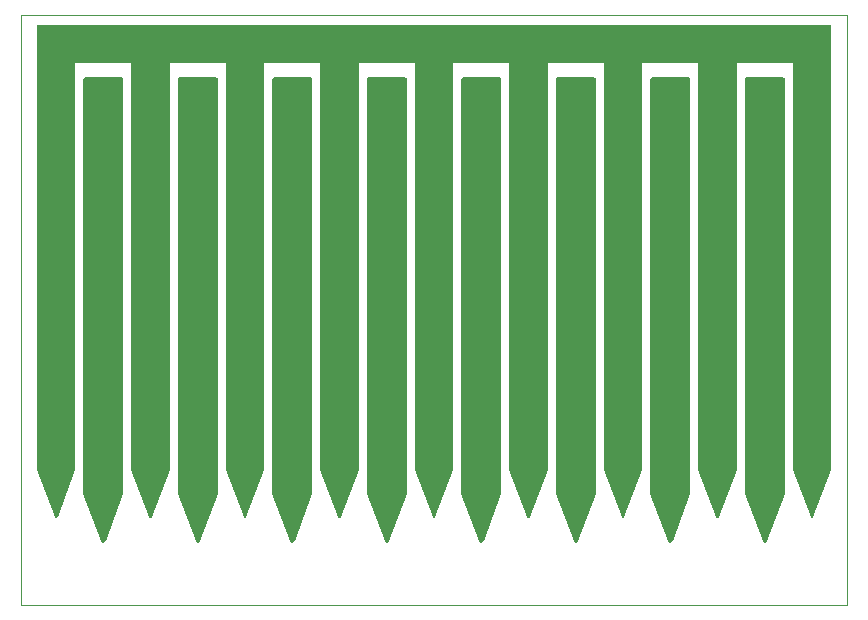
<source format=gtl>
G04 EAGLE Gerber RS-274X export*
G75*
%MOMM*%
%FSLAX34Y34*%
%LPD*%
%INCopper Top*%
%IPPOS*%
%AMOC8*
5,1,8,0,0,1.08239X$1,22.5*%
G01*
%ADD10C,0.000000*%
%ADD11P,0.659825X8X22.500000*%

G36*
X670079Y73736D02*
X670079Y73736D01*
X670102Y73735D01*
X670235Y73763D01*
X670369Y73786D01*
X670390Y73795D01*
X670413Y73800D01*
X670535Y73860D01*
X670660Y73916D01*
X670678Y73930D01*
X670698Y73940D01*
X670802Y74029D01*
X670909Y74114D01*
X670922Y74132D01*
X670940Y74147D01*
X671018Y74259D01*
X671100Y74367D01*
X671109Y74389D01*
X671122Y74407D01*
X671188Y74554D01*
X686188Y114554D01*
X686222Y114697D01*
X686259Y114839D01*
X686260Y114856D01*
X686262Y114864D01*
X686262Y114880D01*
X686269Y115000D01*
X686269Y490000D01*
X686254Y490118D01*
X686247Y490237D01*
X686234Y490275D01*
X686229Y490316D01*
X686186Y490426D01*
X686149Y490539D01*
X686127Y490574D01*
X686112Y490611D01*
X686043Y490707D01*
X685979Y490808D01*
X685949Y490836D01*
X685926Y490869D01*
X685834Y490945D01*
X685747Y491026D01*
X685712Y491046D01*
X685681Y491071D01*
X685573Y491122D01*
X685469Y491180D01*
X685429Y491190D01*
X685393Y491207D01*
X685276Y491229D01*
X685161Y491259D01*
X685101Y491263D01*
X685081Y491267D01*
X685060Y491265D01*
X685000Y491269D01*
X15000Y491269D01*
X14882Y491254D01*
X14763Y491247D01*
X14725Y491234D01*
X14684Y491229D01*
X14574Y491186D01*
X14461Y491149D01*
X14426Y491127D01*
X14389Y491112D01*
X14293Y491043D01*
X14192Y490979D01*
X14164Y490949D01*
X14131Y490926D01*
X14056Y490834D01*
X13974Y490747D01*
X13954Y490712D01*
X13929Y490681D01*
X13878Y490573D01*
X13820Y490469D01*
X13810Y490429D01*
X13793Y490393D01*
X13771Y490276D01*
X13741Y490161D01*
X13737Y490101D01*
X13733Y490081D01*
X13735Y490060D01*
X13731Y490000D01*
X13731Y115000D01*
X13749Y114854D01*
X13765Y114708D01*
X13770Y114692D01*
X13771Y114684D01*
X13777Y114669D01*
X13812Y114554D01*
X28812Y74554D01*
X28822Y74534D01*
X28828Y74512D01*
X28896Y74394D01*
X28960Y74273D01*
X28975Y74256D01*
X28987Y74236D01*
X29081Y74138D01*
X29173Y74037D01*
X29192Y74024D01*
X29208Y74008D01*
X29324Y73937D01*
X29438Y73862D01*
X29460Y73854D01*
X29480Y73842D01*
X29610Y73802D01*
X29739Y73758D01*
X29762Y73756D01*
X29784Y73749D01*
X29920Y73743D01*
X30056Y73732D01*
X30079Y73736D01*
X30102Y73735D01*
X30235Y73763D01*
X30369Y73786D01*
X30390Y73795D01*
X30413Y73800D01*
X30535Y73860D01*
X30660Y73916D01*
X30678Y73930D01*
X30698Y73940D01*
X30802Y74029D01*
X30909Y74114D01*
X30922Y74132D01*
X30940Y74147D01*
X31018Y74259D01*
X31100Y74367D01*
X31109Y74389D01*
X31122Y74407D01*
X31188Y74554D01*
X46188Y114554D01*
X46222Y114697D01*
X46259Y114839D01*
X46260Y114856D01*
X46262Y114864D01*
X46262Y114880D01*
X46269Y115000D01*
X46269Y458731D01*
X93731Y458731D01*
X93731Y115000D01*
X93749Y114854D01*
X93765Y114708D01*
X93770Y114692D01*
X93771Y114684D01*
X93777Y114669D01*
X93812Y114554D01*
X108812Y74554D01*
X108822Y74534D01*
X108828Y74512D01*
X108896Y74394D01*
X108960Y74273D01*
X108975Y74256D01*
X108987Y74236D01*
X109081Y74138D01*
X109173Y74037D01*
X109192Y74024D01*
X109208Y74008D01*
X109324Y73937D01*
X109438Y73862D01*
X109460Y73854D01*
X109480Y73842D01*
X109610Y73802D01*
X109739Y73758D01*
X109762Y73756D01*
X109784Y73749D01*
X109920Y73743D01*
X110056Y73732D01*
X110079Y73736D01*
X110102Y73735D01*
X110235Y73763D01*
X110369Y73786D01*
X110390Y73795D01*
X110413Y73800D01*
X110535Y73860D01*
X110660Y73916D01*
X110678Y73930D01*
X110698Y73940D01*
X110802Y74029D01*
X110909Y74114D01*
X110922Y74132D01*
X110940Y74147D01*
X111018Y74259D01*
X111100Y74367D01*
X111109Y74389D01*
X111122Y74407D01*
X111188Y74554D01*
X126188Y114554D01*
X126222Y114697D01*
X126259Y114839D01*
X126260Y114856D01*
X126262Y114864D01*
X126262Y114880D01*
X126269Y115000D01*
X126269Y458731D01*
X173731Y458731D01*
X173731Y115000D01*
X173749Y114854D01*
X173765Y114708D01*
X173770Y114692D01*
X173771Y114684D01*
X173777Y114669D01*
X173812Y114554D01*
X188812Y74554D01*
X188822Y74534D01*
X188828Y74512D01*
X188896Y74394D01*
X188960Y74273D01*
X188975Y74256D01*
X188987Y74236D01*
X189081Y74138D01*
X189173Y74037D01*
X189192Y74024D01*
X189208Y74008D01*
X189324Y73937D01*
X189438Y73862D01*
X189460Y73854D01*
X189480Y73842D01*
X189610Y73802D01*
X189739Y73758D01*
X189762Y73756D01*
X189784Y73749D01*
X189920Y73743D01*
X190056Y73732D01*
X190079Y73736D01*
X190102Y73735D01*
X190235Y73763D01*
X190369Y73786D01*
X190390Y73795D01*
X190413Y73800D01*
X190535Y73860D01*
X190660Y73916D01*
X190678Y73930D01*
X190698Y73940D01*
X190802Y74029D01*
X190909Y74114D01*
X190922Y74132D01*
X190940Y74147D01*
X191018Y74259D01*
X191100Y74367D01*
X191109Y74389D01*
X191122Y74407D01*
X191188Y74554D01*
X206188Y114554D01*
X206222Y114697D01*
X206259Y114839D01*
X206260Y114856D01*
X206262Y114864D01*
X206262Y114880D01*
X206269Y115000D01*
X206269Y458731D01*
X253731Y458731D01*
X253731Y115000D01*
X253749Y114854D01*
X253765Y114708D01*
X253770Y114692D01*
X253771Y114684D01*
X253777Y114669D01*
X253812Y114554D01*
X268812Y74554D01*
X268822Y74534D01*
X268828Y74512D01*
X268896Y74394D01*
X268960Y74273D01*
X268975Y74256D01*
X268987Y74236D01*
X269081Y74138D01*
X269173Y74037D01*
X269192Y74024D01*
X269208Y74008D01*
X269324Y73937D01*
X269438Y73862D01*
X269460Y73854D01*
X269480Y73842D01*
X269610Y73802D01*
X269739Y73758D01*
X269762Y73756D01*
X269784Y73749D01*
X269920Y73743D01*
X270056Y73732D01*
X270079Y73736D01*
X270102Y73735D01*
X270235Y73763D01*
X270369Y73786D01*
X270390Y73795D01*
X270413Y73800D01*
X270535Y73860D01*
X270660Y73916D01*
X270678Y73930D01*
X270698Y73940D01*
X270802Y74029D01*
X270909Y74114D01*
X270922Y74132D01*
X270940Y74147D01*
X271018Y74259D01*
X271100Y74367D01*
X271109Y74389D01*
X271122Y74407D01*
X271188Y74554D01*
X286188Y114554D01*
X286222Y114697D01*
X286259Y114839D01*
X286260Y114856D01*
X286262Y114864D01*
X286262Y114880D01*
X286269Y115000D01*
X286269Y458731D01*
X333731Y458731D01*
X333731Y115000D01*
X333749Y114854D01*
X333765Y114708D01*
X333770Y114692D01*
X333771Y114684D01*
X333777Y114669D01*
X333812Y114554D01*
X348812Y74554D01*
X348822Y74534D01*
X348828Y74512D01*
X348896Y74394D01*
X348960Y74273D01*
X348975Y74256D01*
X348987Y74236D01*
X349081Y74138D01*
X349173Y74037D01*
X349192Y74024D01*
X349208Y74008D01*
X349324Y73937D01*
X349438Y73862D01*
X349460Y73854D01*
X349480Y73842D01*
X349610Y73802D01*
X349739Y73758D01*
X349762Y73756D01*
X349784Y73749D01*
X349920Y73743D01*
X350056Y73732D01*
X350079Y73736D01*
X350102Y73735D01*
X350235Y73763D01*
X350369Y73786D01*
X350390Y73795D01*
X350413Y73800D01*
X350535Y73860D01*
X350660Y73916D01*
X350678Y73930D01*
X350698Y73940D01*
X350802Y74029D01*
X350909Y74114D01*
X350922Y74132D01*
X350940Y74147D01*
X351018Y74259D01*
X351100Y74367D01*
X351109Y74389D01*
X351122Y74407D01*
X351188Y74554D01*
X366188Y114554D01*
X366222Y114697D01*
X366259Y114839D01*
X366260Y114856D01*
X366262Y114864D01*
X366262Y114880D01*
X366269Y115000D01*
X366269Y458731D01*
X413731Y458731D01*
X413731Y115000D01*
X413749Y114854D01*
X413765Y114708D01*
X413770Y114692D01*
X413771Y114684D01*
X413777Y114669D01*
X413812Y114554D01*
X428812Y74554D01*
X428822Y74534D01*
X428828Y74512D01*
X428896Y74394D01*
X428960Y74273D01*
X428975Y74256D01*
X428987Y74236D01*
X429081Y74138D01*
X429173Y74037D01*
X429192Y74024D01*
X429208Y74008D01*
X429324Y73937D01*
X429438Y73862D01*
X429460Y73854D01*
X429480Y73842D01*
X429610Y73802D01*
X429739Y73758D01*
X429762Y73756D01*
X429784Y73749D01*
X429920Y73743D01*
X430056Y73732D01*
X430079Y73736D01*
X430102Y73735D01*
X430235Y73763D01*
X430369Y73786D01*
X430390Y73795D01*
X430413Y73800D01*
X430535Y73860D01*
X430660Y73916D01*
X430678Y73930D01*
X430698Y73940D01*
X430802Y74029D01*
X430909Y74114D01*
X430922Y74132D01*
X430940Y74147D01*
X431018Y74259D01*
X431100Y74367D01*
X431109Y74389D01*
X431122Y74407D01*
X431188Y74554D01*
X446188Y114554D01*
X446222Y114697D01*
X446259Y114839D01*
X446260Y114856D01*
X446262Y114864D01*
X446262Y114880D01*
X446269Y115000D01*
X446269Y458731D01*
X493731Y458731D01*
X493731Y115000D01*
X493749Y114854D01*
X493765Y114708D01*
X493770Y114692D01*
X493771Y114684D01*
X493777Y114669D01*
X493812Y114554D01*
X508812Y74554D01*
X508822Y74534D01*
X508828Y74512D01*
X508896Y74394D01*
X508960Y74273D01*
X508975Y74256D01*
X508987Y74236D01*
X509081Y74138D01*
X509173Y74037D01*
X509192Y74024D01*
X509208Y74008D01*
X509324Y73937D01*
X509438Y73862D01*
X509460Y73854D01*
X509480Y73842D01*
X509610Y73802D01*
X509739Y73758D01*
X509762Y73756D01*
X509784Y73749D01*
X509920Y73743D01*
X510056Y73732D01*
X510079Y73736D01*
X510102Y73735D01*
X510235Y73763D01*
X510369Y73786D01*
X510390Y73795D01*
X510413Y73800D01*
X510535Y73860D01*
X510660Y73916D01*
X510678Y73930D01*
X510698Y73940D01*
X510802Y74029D01*
X510909Y74114D01*
X510922Y74132D01*
X510940Y74147D01*
X511018Y74259D01*
X511100Y74367D01*
X511109Y74389D01*
X511122Y74407D01*
X511188Y74554D01*
X526188Y114554D01*
X526222Y114697D01*
X526259Y114839D01*
X526260Y114856D01*
X526262Y114864D01*
X526262Y114880D01*
X526269Y115000D01*
X526269Y458731D01*
X573731Y458731D01*
X573731Y115000D01*
X573749Y114854D01*
X573765Y114708D01*
X573770Y114692D01*
X573771Y114684D01*
X573777Y114669D01*
X573812Y114554D01*
X588812Y74554D01*
X588822Y74534D01*
X588828Y74512D01*
X588896Y74394D01*
X588960Y74273D01*
X588975Y74256D01*
X588987Y74236D01*
X589081Y74138D01*
X589173Y74037D01*
X589192Y74024D01*
X589208Y74008D01*
X589324Y73937D01*
X589438Y73862D01*
X589460Y73854D01*
X589480Y73842D01*
X589610Y73802D01*
X589739Y73758D01*
X589762Y73756D01*
X589784Y73749D01*
X589920Y73743D01*
X590056Y73732D01*
X590079Y73736D01*
X590102Y73735D01*
X590235Y73763D01*
X590369Y73786D01*
X590390Y73795D01*
X590413Y73800D01*
X590535Y73860D01*
X590660Y73916D01*
X590678Y73930D01*
X590698Y73940D01*
X590802Y74029D01*
X590909Y74114D01*
X590922Y74132D01*
X590940Y74147D01*
X591018Y74259D01*
X591100Y74367D01*
X591109Y74389D01*
X591122Y74407D01*
X591188Y74554D01*
X606188Y114554D01*
X606222Y114697D01*
X606259Y114839D01*
X606260Y114856D01*
X606262Y114864D01*
X606262Y114880D01*
X606269Y115000D01*
X606269Y458731D01*
X653731Y458731D01*
X653731Y115000D01*
X653749Y114854D01*
X653765Y114708D01*
X653770Y114692D01*
X653771Y114684D01*
X653777Y114669D01*
X653812Y114554D01*
X668812Y74554D01*
X668822Y74534D01*
X668828Y74512D01*
X668896Y74394D01*
X668960Y74273D01*
X668975Y74256D01*
X668987Y74236D01*
X669081Y74138D01*
X669173Y74037D01*
X669192Y74024D01*
X669208Y74008D01*
X669324Y73937D01*
X669438Y73862D01*
X669460Y73854D01*
X669480Y73842D01*
X669610Y73802D01*
X669739Y73758D01*
X669762Y73756D01*
X669784Y73749D01*
X669920Y73743D01*
X670056Y73732D01*
X670079Y73736D01*
G37*
G36*
X390035Y52975D02*
X390035Y52975D01*
X390113Y52972D01*
X390236Y52991D01*
X390359Y53001D01*
X390434Y53022D01*
X390511Y53034D01*
X390627Y53077D01*
X390746Y53111D01*
X390816Y53147D01*
X390889Y53174D01*
X390994Y53238D01*
X391104Y53295D01*
X391165Y53344D01*
X391232Y53385D01*
X391322Y53469D01*
X391419Y53546D01*
X391469Y53606D01*
X391526Y53659D01*
X391598Y53760D01*
X391678Y53855D01*
X391715Y53923D01*
X391760Y53987D01*
X391829Y54132D01*
X391871Y54208D01*
X391882Y54244D01*
X391902Y54287D01*
X406902Y94287D01*
X406951Y94472D01*
X407004Y94669D01*
X407004Y94673D01*
X407005Y94676D01*
X407007Y94701D01*
X407031Y95000D01*
X407031Y445000D01*
X407029Y445018D01*
X407031Y445036D01*
X407010Y445218D01*
X406991Y445401D01*
X406986Y445418D01*
X406984Y445435D01*
X406927Y445610D01*
X406873Y445786D01*
X406865Y445801D01*
X406859Y445818D01*
X406769Y445978D01*
X406681Y446140D01*
X406670Y446153D01*
X406661Y446169D01*
X406541Y446308D01*
X406424Y446449D01*
X406410Y446460D01*
X406398Y446474D01*
X406253Y446586D01*
X406110Y446701D01*
X406094Y446709D01*
X406080Y446720D01*
X405915Y446802D01*
X405753Y446887D01*
X405736Y446892D01*
X405720Y446900D01*
X405541Y446947D01*
X405366Y446998D01*
X405348Y447000D01*
X405331Y447004D01*
X405000Y447031D01*
X375000Y447031D01*
X374982Y447029D01*
X374964Y447031D01*
X374782Y447010D01*
X374599Y446991D01*
X374582Y446986D01*
X374565Y446984D01*
X374390Y446927D01*
X374214Y446873D01*
X374199Y446865D01*
X374182Y446859D01*
X374022Y446769D01*
X373860Y446681D01*
X373847Y446670D01*
X373831Y446661D01*
X373692Y446541D01*
X373551Y446424D01*
X373540Y446410D01*
X373527Y446398D01*
X373414Y446253D01*
X373299Y446110D01*
X373291Y446094D01*
X373280Y446080D01*
X373198Y445915D01*
X373113Y445753D01*
X373108Y445736D01*
X373100Y445720D01*
X373053Y445541D01*
X373002Y445366D01*
X373000Y445348D01*
X372996Y445331D01*
X372969Y445000D01*
X372969Y95000D01*
X372988Y94805D01*
X373007Y94606D01*
X373008Y94602D01*
X373009Y94599D01*
X373016Y94575D01*
X373098Y94287D01*
X388098Y54287D01*
X388133Y54217D01*
X388158Y54143D01*
X388221Y54037D01*
X388276Y53926D01*
X388324Y53864D01*
X388363Y53797D01*
X388446Y53705D01*
X388522Y53607D01*
X388581Y53556D01*
X388633Y53498D01*
X388732Y53424D01*
X388826Y53343D01*
X388893Y53304D01*
X388956Y53258D01*
X389068Y53205D01*
X389176Y53144D01*
X389250Y53119D01*
X389320Y53086D01*
X389440Y53056D01*
X389558Y53017D01*
X389636Y53008D01*
X389711Y52989D01*
X389835Y52984D01*
X389958Y52969D01*
X390035Y52975D01*
G37*
G36*
X630035Y52975D02*
X630035Y52975D01*
X630113Y52972D01*
X630236Y52991D01*
X630359Y53001D01*
X630434Y53022D01*
X630511Y53034D01*
X630627Y53077D01*
X630746Y53111D01*
X630816Y53147D01*
X630889Y53174D01*
X630994Y53238D01*
X631104Y53295D01*
X631165Y53344D01*
X631232Y53385D01*
X631322Y53469D01*
X631419Y53546D01*
X631469Y53606D01*
X631526Y53659D01*
X631598Y53760D01*
X631678Y53855D01*
X631715Y53923D01*
X631760Y53987D01*
X631829Y54132D01*
X631871Y54208D01*
X631882Y54244D01*
X631902Y54287D01*
X646902Y94287D01*
X646951Y94472D01*
X647004Y94669D01*
X647004Y94673D01*
X647005Y94676D01*
X647007Y94701D01*
X647031Y95000D01*
X647031Y445000D01*
X647029Y445018D01*
X647031Y445036D01*
X647010Y445218D01*
X646991Y445401D01*
X646986Y445418D01*
X646984Y445435D01*
X646927Y445610D01*
X646873Y445786D01*
X646865Y445801D01*
X646859Y445818D01*
X646769Y445978D01*
X646681Y446140D01*
X646670Y446153D01*
X646661Y446169D01*
X646541Y446308D01*
X646424Y446449D01*
X646410Y446460D01*
X646398Y446474D01*
X646253Y446586D01*
X646110Y446701D01*
X646094Y446709D01*
X646080Y446720D01*
X645915Y446802D01*
X645753Y446887D01*
X645736Y446892D01*
X645720Y446900D01*
X645541Y446947D01*
X645366Y446998D01*
X645348Y447000D01*
X645331Y447004D01*
X645000Y447031D01*
X615000Y447031D01*
X614982Y447029D01*
X614964Y447031D01*
X614782Y447010D01*
X614599Y446991D01*
X614582Y446986D01*
X614565Y446984D01*
X614390Y446927D01*
X614214Y446873D01*
X614199Y446865D01*
X614182Y446859D01*
X614022Y446769D01*
X613860Y446681D01*
X613847Y446670D01*
X613831Y446661D01*
X613692Y446541D01*
X613551Y446424D01*
X613540Y446410D01*
X613527Y446398D01*
X613414Y446253D01*
X613299Y446110D01*
X613291Y446094D01*
X613280Y446080D01*
X613198Y445915D01*
X613113Y445753D01*
X613108Y445736D01*
X613100Y445720D01*
X613053Y445541D01*
X613002Y445366D01*
X613000Y445348D01*
X612996Y445331D01*
X612969Y445000D01*
X612969Y95000D01*
X612988Y94805D01*
X613007Y94606D01*
X613008Y94602D01*
X613009Y94599D01*
X613016Y94575D01*
X613098Y94287D01*
X628098Y54287D01*
X628133Y54217D01*
X628158Y54143D01*
X628221Y54037D01*
X628276Y53926D01*
X628324Y53864D01*
X628363Y53797D01*
X628446Y53705D01*
X628522Y53607D01*
X628581Y53556D01*
X628633Y53498D01*
X628732Y53424D01*
X628826Y53343D01*
X628893Y53304D01*
X628956Y53258D01*
X629068Y53205D01*
X629176Y53144D01*
X629250Y53119D01*
X629320Y53086D01*
X629440Y53056D01*
X629558Y53017D01*
X629636Y53008D01*
X629711Y52989D01*
X629835Y52984D01*
X629958Y52969D01*
X630035Y52975D01*
G37*
G36*
X70035Y52975D02*
X70035Y52975D01*
X70113Y52972D01*
X70236Y52991D01*
X70359Y53001D01*
X70434Y53022D01*
X70511Y53034D01*
X70627Y53077D01*
X70746Y53111D01*
X70816Y53147D01*
X70889Y53174D01*
X70994Y53238D01*
X71104Y53295D01*
X71165Y53344D01*
X71232Y53385D01*
X71322Y53469D01*
X71419Y53546D01*
X71469Y53606D01*
X71526Y53659D01*
X71598Y53760D01*
X71678Y53855D01*
X71715Y53923D01*
X71760Y53987D01*
X71829Y54132D01*
X71871Y54208D01*
X71882Y54244D01*
X71902Y54287D01*
X86902Y94287D01*
X86951Y94472D01*
X87004Y94669D01*
X87004Y94673D01*
X87005Y94676D01*
X87007Y94701D01*
X87031Y95000D01*
X87031Y445000D01*
X87029Y445018D01*
X87031Y445036D01*
X87010Y445218D01*
X86991Y445401D01*
X86986Y445418D01*
X86984Y445435D01*
X86927Y445610D01*
X86873Y445786D01*
X86865Y445801D01*
X86859Y445818D01*
X86769Y445978D01*
X86681Y446140D01*
X86670Y446153D01*
X86661Y446169D01*
X86541Y446308D01*
X86424Y446449D01*
X86410Y446460D01*
X86398Y446474D01*
X86253Y446586D01*
X86110Y446701D01*
X86094Y446709D01*
X86080Y446720D01*
X85915Y446802D01*
X85753Y446887D01*
X85736Y446892D01*
X85720Y446900D01*
X85541Y446947D01*
X85366Y446998D01*
X85348Y447000D01*
X85331Y447004D01*
X85000Y447031D01*
X55000Y447031D01*
X54982Y447029D01*
X54964Y447031D01*
X54782Y447010D01*
X54599Y446991D01*
X54582Y446986D01*
X54565Y446984D01*
X54390Y446927D01*
X54214Y446873D01*
X54199Y446865D01*
X54182Y446859D01*
X54022Y446769D01*
X53860Y446681D01*
X53847Y446670D01*
X53831Y446661D01*
X53692Y446541D01*
X53551Y446424D01*
X53540Y446410D01*
X53527Y446398D01*
X53414Y446253D01*
X53299Y446110D01*
X53291Y446094D01*
X53280Y446080D01*
X53198Y445915D01*
X53113Y445753D01*
X53108Y445736D01*
X53100Y445720D01*
X53053Y445541D01*
X53002Y445366D01*
X53000Y445348D01*
X52996Y445331D01*
X52969Y445000D01*
X52969Y95000D01*
X52988Y94805D01*
X53007Y94606D01*
X53008Y94602D01*
X53009Y94599D01*
X53016Y94575D01*
X53098Y94287D01*
X68098Y54287D01*
X68133Y54217D01*
X68158Y54143D01*
X68221Y54037D01*
X68276Y53926D01*
X68324Y53864D01*
X68363Y53797D01*
X68446Y53705D01*
X68522Y53607D01*
X68581Y53556D01*
X68633Y53498D01*
X68732Y53424D01*
X68826Y53343D01*
X68893Y53304D01*
X68956Y53258D01*
X69068Y53205D01*
X69176Y53144D01*
X69250Y53119D01*
X69320Y53086D01*
X69440Y53056D01*
X69558Y53017D01*
X69636Y53008D01*
X69711Y52989D01*
X69835Y52984D01*
X69958Y52969D01*
X70035Y52975D01*
G37*
G36*
X310035Y52975D02*
X310035Y52975D01*
X310113Y52972D01*
X310236Y52991D01*
X310359Y53001D01*
X310434Y53022D01*
X310511Y53034D01*
X310627Y53077D01*
X310746Y53111D01*
X310816Y53147D01*
X310889Y53174D01*
X310994Y53238D01*
X311104Y53295D01*
X311165Y53344D01*
X311232Y53385D01*
X311322Y53469D01*
X311419Y53546D01*
X311469Y53606D01*
X311526Y53659D01*
X311598Y53760D01*
X311678Y53855D01*
X311715Y53923D01*
X311760Y53987D01*
X311829Y54132D01*
X311871Y54208D01*
X311882Y54244D01*
X311902Y54287D01*
X326902Y94287D01*
X326951Y94472D01*
X327004Y94669D01*
X327004Y94673D01*
X327005Y94676D01*
X327007Y94701D01*
X327031Y95000D01*
X327031Y445000D01*
X327029Y445018D01*
X327031Y445036D01*
X327010Y445218D01*
X326991Y445401D01*
X326986Y445418D01*
X326984Y445435D01*
X326927Y445610D01*
X326873Y445786D01*
X326865Y445801D01*
X326859Y445818D01*
X326769Y445978D01*
X326681Y446140D01*
X326670Y446153D01*
X326661Y446169D01*
X326541Y446308D01*
X326424Y446449D01*
X326410Y446460D01*
X326398Y446474D01*
X326253Y446586D01*
X326110Y446701D01*
X326094Y446709D01*
X326080Y446720D01*
X325915Y446802D01*
X325753Y446887D01*
X325736Y446892D01*
X325720Y446900D01*
X325541Y446947D01*
X325366Y446998D01*
X325348Y447000D01*
X325331Y447004D01*
X325000Y447031D01*
X295000Y447031D01*
X294982Y447029D01*
X294964Y447031D01*
X294782Y447010D01*
X294599Y446991D01*
X294582Y446986D01*
X294565Y446984D01*
X294390Y446927D01*
X294214Y446873D01*
X294199Y446865D01*
X294182Y446859D01*
X294022Y446769D01*
X293860Y446681D01*
X293847Y446670D01*
X293831Y446661D01*
X293692Y446541D01*
X293551Y446424D01*
X293540Y446410D01*
X293527Y446398D01*
X293414Y446253D01*
X293299Y446110D01*
X293291Y446094D01*
X293280Y446080D01*
X293198Y445915D01*
X293113Y445753D01*
X293108Y445736D01*
X293100Y445720D01*
X293053Y445541D01*
X293002Y445366D01*
X293000Y445348D01*
X292996Y445331D01*
X292969Y445000D01*
X292969Y95000D01*
X292988Y94805D01*
X293007Y94606D01*
X293008Y94602D01*
X293009Y94599D01*
X293016Y94575D01*
X293098Y94287D01*
X308098Y54287D01*
X308133Y54217D01*
X308158Y54143D01*
X308221Y54037D01*
X308276Y53926D01*
X308324Y53864D01*
X308363Y53797D01*
X308446Y53705D01*
X308522Y53607D01*
X308581Y53556D01*
X308633Y53498D01*
X308732Y53424D01*
X308826Y53343D01*
X308893Y53304D01*
X308956Y53258D01*
X309068Y53205D01*
X309176Y53144D01*
X309250Y53119D01*
X309320Y53086D01*
X309440Y53056D01*
X309558Y53017D01*
X309636Y53008D01*
X309711Y52989D01*
X309835Y52984D01*
X309958Y52969D01*
X310035Y52975D01*
G37*
G36*
X550035Y52975D02*
X550035Y52975D01*
X550113Y52972D01*
X550236Y52991D01*
X550359Y53001D01*
X550434Y53022D01*
X550511Y53034D01*
X550627Y53077D01*
X550746Y53111D01*
X550816Y53147D01*
X550889Y53174D01*
X550994Y53238D01*
X551104Y53295D01*
X551165Y53344D01*
X551232Y53385D01*
X551322Y53469D01*
X551419Y53546D01*
X551469Y53606D01*
X551526Y53659D01*
X551598Y53760D01*
X551678Y53855D01*
X551715Y53923D01*
X551760Y53987D01*
X551829Y54132D01*
X551871Y54208D01*
X551882Y54244D01*
X551902Y54287D01*
X566902Y94287D01*
X566951Y94472D01*
X567004Y94669D01*
X567004Y94673D01*
X567005Y94676D01*
X567007Y94701D01*
X567031Y95000D01*
X567031Y445000D01*
X567029Y445018D01*
X567031Y445036D01*
X567010Y445218D01*
X566991Y445401D01*
X566986Y445418D01*
X566984Y445435D01*
X566927Y445610D01*
X566873Y445786D01*
X566865Y445801D01*
X566859Y445818D01*
X566769Y445978D01*
X566681Y446140D01*
X566670Y446153D01*
X566661Y446169D01*
X566541Y446308D01*
X566424Y446449D01*
X566410Y446460D01*
X566398Y446474D01*
X566253Y446586D01*
X566110Y446701D01*
X566094Y446709D01*
X566080Y446720D01*
X565915Y446802D01*
X565753Y446887D01*
X565736Y446892D01*
X565720Y446900D01*
X565541Y446947D01*
X565366Y446998D01*
X565348Y447000D01*
X565331Y447004D01*
X565000Y447031D01*
X535000Y447031D01*
X534982Y447029D01*
X534964Y447031D01*
X534782Y447010D01*
X534599Y446991D01*
X534582Y446986D01*
X534565Y446984D01*
X534390Y446927D01*
X534214Y446873D01*
X534199Y446865D01*
X534182Y446859D01*
X534022Y446769D01*
X533860Y446681D01*
X533847Y446670D01*
X533831Y446661D01*
X533692Y446541D01*
X533551Y446424D01*
X533540Y446410D01*
X533527Y446398D01*
X533414Y446253D01*
X533299Y446110D01*
X533291Y446094D01*
X533280Y446080D01*
X533198Y445915D01*
X533113Y445753D01*
X533108Y445736D01*
X533100Y445720D01*
X533053Y445541D01*
X533002Y445366D01*
X533000Y445348D01*
X532996Y445331D01*
X532969Y445000D01*
X532969Y95000D01*
X532988Y94805D01*
X533007Y94606D01*
X533008Y94602D01*
X533009Y94599D01*
X533016Y94575D01*
X533098Y94287D01*
X548098Y54287D01*
X548133Y54217D01*
X548158Y54143D01*
X548221Y54037D01*
X548276Y53926D01*
X548324Y53864D01*
X548363Y53797D01*
X548446Y53705D01*
X548522Y53607D01*
X548581Y53556D01*
X548633Y53498D01*
X548732Y53424D01*
X548826Y53343D01*
X548893Y53304D01*
X548956Y53258D01*
X549068Y53205D01*
X549176Y53144D01*
X549250Y53119D01*
X549320Y53086D01*
X549440Y53056D01*
X549558Y53017D01*
X549636Y53008D01*
X549711Y52989D01*
X549835Y52984D01*
X549958Y52969D01*
X550035Y52975D01*
G37*
G36*
X150035Y52975D02*
X150035Y52975D01*
X150113Y52972D01*
X150236Y52991D01*
X150359Y53001D01*
X150434Y53022D01*
X150511Y53034D01*
X150627Y53077D01*
X150746Y53111D01*
X150816Y53147D01*
X150889Y53174D01*
X150994Y53238D01*
X151104Y53295D01*
X151165Y53344D01*
X151232Y53385D01*
X151322Y53469D01*
X151419Y53546D01*
X151469Y53606D01*
X151526Y53659D01*
X151598Y53760D01*
X151678Y53855D01*
X151715Y53923D01*
X151760Y53987D01*
X151829Y54132D01*
X151871Y54208D01*
X151882Y54244D01*
X151902Y54287D01*
X166902Y94287D01*
X166951Y94472D01*
X167004Y94669D01*
X167004Y94673D01*
X167005Y94676D01*
X167007Y94701D01*
X167031Y95000D01*
X167031Y445000D01*
X167029Y445018D01*
X167031Y445036D01*
X167010Y445218D01*
X166991Y445401D01*
X166986Y445418D01*
X166984Y445435D01*
X166927Y445610D01*
X166873Y445786D01*
X166865Y445801D01*
X166859Y445818D01*
X166769Y445978D01*
X166681Y446140D01*
X166670Y446153D01*
X166661Y446169D01*
X166541Y446308D01*
X166424Y446449D01*
X166410Y446460D01*
X166398Y446474D01*
X166253Y446586D01*
X166110Y446701D01*
X166094Y446709D01*
X166080Y446720D01*
X165915Y446802D01*
X165753Y446887D01*
X165736Y446892D01*
X165720Y446900D01*
X165541Y446947D01*
X165366Y446998D01*
X165348Y447000D01*
X165331Y447004D01*
X165000Y447031D01*
X135000Y447031D01*
X134982Y447029D01*
X134964Y447031D01*
X134782Y447010D01*
X134599Y446991D01*
X134582Y446986D01*
X134565Y446984D01*
X134390Y446927D01*
X134214Y446873D01*
X134199Y446865D01*
X134182Y446859D01*
X134022Y446769D01*
X133860Y446681D01*
X133847Y446670D01*
X133831Y446661D01*
X133692Y446541D01*
X133551Y446424D01*
X133540Y446410D01*
X133527Y446398D01*
X133414Y446253D01*
X133299Y446110D01*
X133291Y446094D01*
X133280Y446080D01*
X133198Y445915D01*
X133113Y445753D01*
X133108Y445736D01*
X133100Y445720D01*
X133053Y445541D01*
X133002Y445366D01*
X133000Y445348D01*
X132996Y445331D01*
X132969Y445000D01*
X132969Y95000D01*
X132988Y94805D01*
X133007Y94606D01*
X133008Y94602D01*
X133009Y94599D01*
X133016Y94575D01*
X133098Y94287D01*
X148098Y54287D01*
X148133Y54217D01*
X148158Y54143D01*
X148221Y54037D01*
X148276Y53926D01*
X148324Y53864D01*
X148363Y53797D01*
X148446Y53705D01*
X148522Y53607D01*
X148581Y53556D01*
X148633Y53498D01*
X148732Y53424D01*
X148826Y53343D01*
X148893Y53304D01*
X148956Y53258D01*
X149068Y53205D01*
X149176Y53144D01*
X149250Y53119D01*
X149320Y53086D01*
X149440Y53056D01*
X149558Y53017D01*
X149636Y53008D01*
X149711Y52989D01*
X149835Y52984D01*
X149958Y52969D01*
X150035Y52975D01*
G37*
G36*
X470035Y52975D02*
X470035Y52975D01*
X470113Y52972D01*
X470236Y52991D01*
X470359Y53001D01*
X470434Y53022D01*
X470511Y53034D01*
X470627Y53077D01*
X470746Y53111D01*
X470816Y53147D01*
X470889Y53174D01*
X470994Y53238D01*
X471104Y53295D01*
X471165Y53344D01*
X471232Y53385D01*
X471322Y53469D01*
X471419Y53546D01*
X471469Y53606D01*
X471526Y53659D01*
X471598Y53760D01*
X471678Y53855D01*
X471715Y53923D01*
X471760Y53987D01*
X471829Y54132D01*
X471871Y54208D01*
X471882Y54244D01*
X471902Y54287D01*
X486902Y94287D01*
X486951Y94472D01*
X487004Y94669D01*
X487004Y94673D01*
X487005Y94676D01*
X487007Y94701D01*
X487031Y95000D01*
X487031Y445000D01*
X487029Y445018D01*
X487031Y445036D01*
X487010Y445218D01*
X486991Y445401D01*
X486986Y445418D01*
X486984Y445435D01*
X486927Y445610D01*
X486873Y445786D01*
X486865Y445801D01*
X486859Y445818D01*
X486769Y445978D01*
X486681Y446140D01*
X486670Y446153D01*
X486661Y446169D01*
X486541Y446308D01*
X486424Y446449D01*
X486410Y446460D01*
X486398Y446474D01*
X486253Y446586D01*
X486110Y446701D01*
X486094Y446709D01*
X486080Y446720D01*
X485915Y446802D01*
X485753Y446887D01*
X485736Y446892D01*
X485720Y446900D01*
X485541Y446947D01*
X485366Y446998D01*
X485348Y447000D01*
X485331Y447004D01*
X485000Y447031D01*
X455000Y447031D01*
X454982Y447029D01*
X454964Y447031D01*
X454782Y447010D01*
X454599Y446991D01*
X454582Y446986D01*
X454565Y446984D01*
X454390Y446927D01*
X454214Y446873D01*
X454199Y446865D01*
X454182Y446859D01*
X454022Y446769D01*
X453860Y446681D01*
X453847Y446670D01*
X453831Y446661D01*
X453692Y446541D01*
X453551Y446424D01*
X453540Y446410D01*
X453527Y446398D01*
X453414Y446253D01*
X453299Y446110D01*
X453291Y446094D01*
X453280Y446080D01*
X453198Y445915D01*
X453113Y445753D01*
X453108Y445736D01*
X453100Y445720D01*
X453053Y445541D01*
X453002Y445366D01*
X453000Y445348D01*
X452996Y445331D01*
X452969Y445000D01*
X452969Y95000D01*
X452988Y94805D01*
X453007Y94606D01*
X453008Y94602D01*
X453009Y94599D01*
X453016Y94575D01*
X453098Y94287D01*
X468098Y54287D01*
X468133Y54217D01*
X468158Y54143D01*
X468221Y54037D01*
X468276Y53926D01*
X468324Y53864D01*
X468363Y53797D01*
X468446Y53705D01*
X468522Y53607D01*
X468581Y53556D01*
X468633Y53498D01*
X468732Y53424D01*
X468826Y53343D01*
X468893Y53304D01*
X468956Y53258D01*
X469068Y53205D01*
X469176Y53144D01*
X469250Y53119D01*
X469320Y53086D01*
X469440Y53056D01*
X469558Y53017D01*
X469636Y53008D01*
X469711Y52989D01*
X469835Y52984D01*
X469958Y52969D01*
X470035Y52975D01*
G37*
G36*
X230035Y52975D02*
X230035Y52975D01*
X230113Y52972D01*
X230236Y52991D01*
X230359Y53001D01*
X230434Y53022D01*
X230511Y53034D01*
X230627Y53077D01*
X230746Y53111D01*
X230816Y53147D01*
X230889Y53174D01*
X230994Y53238D01*
X231104Y53295D01*
X231165Y53344D01*
X231232Y53385D01*
X231322Y53469D01*
X231419Y53546D01*
X231469Y53606D01*
X231526Y53659D01*
X231598Y53760D01*
X231678Y53855D01*
X231715Y53923D01*
X231760Y53987D01*
X231829Y54132D01*
X231871Y54208D01*
X231882Y54244D01*
X231902Y54287D01*
X246902Y94287D01*
X246951Y94472D01*
X247004Y94669D01*
X247004Y94673D01*
X247005Y94676D01*
X247007Y94701D01*
X247031Y95000D01*
X247031Y445000D01*
X247029Y445018D01*
X247031Y445036D01*
X247010Y445218D01*
X246991Y445401D01*
X246986Y445418D01*
X246984Y445435D01*
X246927Y445610D01*
X246873Y445786D01*
X246865Y445801D01*
X246859Y445818D01*
X246769Y445978D01*
X246681Y446140D01*
X246670Y446153D01*
X246661Y446169D01*
X246541Y446308D01*
X246424Y446449D01*
X246410Y446460D01*
X246398Y446474D01*
X246253Y446586D01*
X246110Y446701D01*
X246094Y446709D01*
X246080Y446720D01*
X245915Y446802D01*
X245753Y446887D01*
X245736Y446892D01*
X245720Y446900D01*
X245541Y446947D01*
X245366Y446998D01*
X245348Y447000D01*
X245331Y447004D01*
X245000Y447031D01*
X215000Y447031D01*
X214982Y447029D01*
X214964Y447031D01*
X214782Y447010D01*
X214599Y446991D01*
X214582Y446986D01*
X214565Y446984D01*
X214390Y446927D01*
X214214Y446873D01*
X214199Y446865D01*
X214182Y446859D01*
X214022Y446769D01*
X213860Y446681D01*
X213847Y446670D01*
X213831Y446661D01*
X213692Y446541D01*
X213551Y446424D01*
X213540Y446410D01*
X213527Y446398D01*
X213414Y446253D01*
X213299Y446110D01*
X213291Y446094D01*
X213280Y446080D01*
X213198Y445915D01*
X213113Y445753D01*
X213108Y445736D01*
X213100Y445720D01*
X213053Y445541D01*
X213002Y445366D01*
X213000Y445348D01*
X212996Y445331D01*
X212969Y445000D01*
X212969Y95000D01*
X212988Y94805D01*
X213007Y94606D01*
X213008Y94602D01*
X213009Y94599D01*
X213016Y94575D01*
X213098Y94287D01*
X228098Y54287D01*
X228133Y54217D01*
X228158Y54143D01*
X228221Y54037D01*
X228276Y53926D01*
X228324Y53864D01*
X228363Y53797D01*
X228446Y53705D01*
X228522Y53607D01*
X228581Y53556D01*
X228633Y53498D01*
X228732Y53424D01*
X228826Y53343D01*
X228893Y53304D01*
X228956Y53258D01*
X229068Y53205D01*
X229176Y53144D01*
X229250Y53119D01*
X229320Y53086D01*
X229440Y53056D01*
X229558Y53017D01*
X229636Y53008D01*
X229711Y52989D01*
X229835Y52984D01*
X229958Y52969D01*
X230035Y52975D01*
G37*
D10*
X0Y0D02*
X0Y500000D01*
X700000Y500000D01*
X700000Y0D01*
X0Y0D01*
D11*
X35000Y475000D03*
X665000Y475000D03*
X350000Y460000D03*
X70000Y430000D03*
X150000Y430000D03*
X230000Y430000D03*
X310000Y430000D03*
X390000Y430000D03*
X470000Y430000D03*
X550000Y430000D03*
X630000Y430000D03*
M02*

</source>
